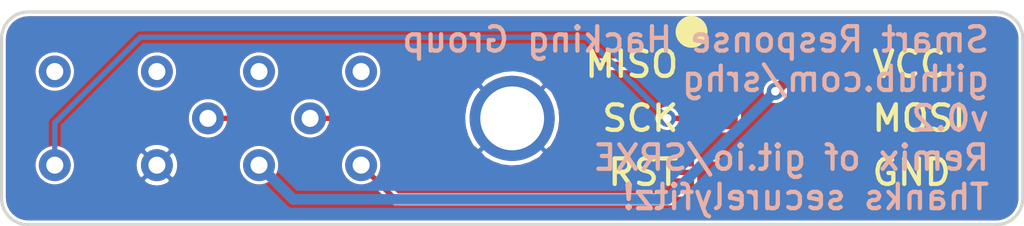
<source format=kicad_pcb>
(kicad_pcb (version 20171130) (host pcbnew 5.0.2+dfsg1-1)

  (general
    (thickness 1.6)
    (drawings 16)
    (tracks 33)
    (zones 0)
    (modules 3)
    (nets 11)
  )

  (page A4)
  (layers
    (0 Top signal)
    (31 Bottom signal)
    (32 B.Adhes user hide)
    (33 F.Adhes user hide)
    (34 B.Paste user hide)
    (35 F.Paste user hide)
    (36 B.SilkS user)
    (37 F.SilkS user)
    (38 B.Mask user hide)
    (39 F.Mask user hide)
    (40 Dwgs.User user hide)
    (41 Cmts.User user hide)
    (42 Eco1.User user hide)
    (43 Eco2.User user hide)
    (44 Edge.Cuts user)
    (45 Margin user hide)
    (46 B.CrtYd user hide)
    (47 F.CrtYd user hide)
    (48 B.Fab user hide)
    (49 F.Fab user hide)
  )

  (setup
    (last_trace_width 0.25)
    (trace_clearance 0.1524)
    (zone_clearance 0.127)
    (zone_45_only no)
    (trace_min 0.2)
    (segment_width 0.2)
    (edge_width 0.15)
    (via_size 0.8)
    (via_drill 0.4)
    (via_min_size 0.4)
    (via_min_drill 0.3)
    (uvia_size 0.3)
    (uvia_drill 0.1)
    (uvias_allowed no)
    (uvia_min_size 0.2)
    (uvia_min_drill 0.1)
    (pcb_text_width 0.3)
    (pcb_text_size 1.5 1.5)
    (mod_edge_width 0.15)
    (mod_text_size 1 1)
    (mod_text_width 0.15)
    (pad_size 4 4)
    (pad_drill 3)
    (pad_to_mask_clearance 0.051)
    (solder_mask_min_width 0.25)
    (aux_axis_origin 0 0)
    (visible_elements FFFFFF7F)
    (pcbplotparams
      (layerselection 0x010fc_ffffffff)
      (usegerberextensions false)
      (usegerberattributes false)
      (usegerberadvancedattributes false)
      (creategerberjobfile false)
      (excludeedgelayer true)
      (linewidth 0.100000)
      (plotframeref false)
      (viasonmask false)
      (mode 1)
      (useauxorigin false)
      (hpglpennumber 1)
      (hpglpenspeed 20)
      (hpglpendiameter 15.000000)
      (psnegative false)
      (psa4output false)
      (plotreference true)
      (plotvalue true)
      (plotinvisibletext false)
      (padsonsilk false)
      (subtractmaskfromsilk false)
      (outputformat 1)
      (mirror false)
      (drillshape 1)
      (scaleselection 1)
      (outputdirectory "../"))
  )

  (net 0 "")
  (net 1 "Net-(JP2-Pad5)")
  (net 2 "Net-(JP2-Pad4)")
  (net 3 "Net-(JP2-Pad3)")
  (net 4 "Net-(JP2-Pad2)")
  (net 5 "Net-(JP2-Pad1)")
  (net 6 "Net-(U$1-PadTCK)")
  (net 7 "Net-(U$1-PadTMS)")
  (net 8 "Net-(U$1-PadTDO)")
  (net 9 "Net-(U$1-PadTDI)")
  (net 10 "Net-(H1-Pad1)")

  (net_class Default "This is the default net class."
    (clearance 0.1524)
    (trace_width 0.25)
    (via_dia 0.8)
    (via_drill 0.4)
    (uvia_dia 0.3)
    (uvia_drill 0.1)
    (add_net "Net-(H1-Pad1)")
    (add_net "Net-(JP2-Pad1)")
    (add_net "Net-(JP2-Pad3)")
    (add_net "Net-(JP2-Pad4)")
    (add_net "Net-(JP2-Pad5)")
    (add_net "Net-(U$1-PadTCK)")
    (add_net "Net-(U$1-PadTDI)")
    (add_net "Net-(U$1-PadTDO)")
    (add_net "Net-(U$1-PadTMS)")
  )

  (net_class power ""
    (clearance 0.1524)
    (trace_width 0.5)
    (via_dia 0.8)
    (via_drill 0.4)
    (uvia_dia 0.3)
    (uvia_drill 0.1)
    (add_net "Net-(JP2-Pad2)")
  )

  (module srxe:SMARTRESPONSEXEPOGO (layer Top) (tedit 5E313C6B) (tstamp 5E0708CC)
    (at 135.6989 100)
    (path /850A8AB0BABD3B23)
    (fp_text reference U$1 (at 0 0) (layer F.SilkS) hide
      (effects (font (size 1.27 1.27) (thickness 0.15)))
    )
    (fp_text value SMARTRESPONSEXE (at 0 0) (layer F.SilkS) hide
      (effects (font (size 1.27 1.27) (thickness 0.15)))
    )
    (fp_text user MISO (at 19.685 -2.5426) (layer F.SilkS) hide
      (effects (font (size 1.2065 1.2065) (thickness 0.1016)))
    )
    (fp_text user RST (at 19.685 2.5374) (layer F.SilkS) hide
      (effects (font (size 1.2065 1.2065) (thickness 0.1016)))
    )
    (fp_text user SCK (at 19.685 -0.0026) (layer F.SilkS) hide
      (effects (font (size 1.2065 1.2065) (thickness 0.1016)))
    )
    (fp_text user GND (at 33.02 2.5374) (layer F.SilkS) hide
      (effects (font (size 1.2065 1.2065) (thickness 0.1016)))
    )
    (fp_text user VCC (at 33.655 -2.5426) (layer F.SilkS) hide
      (effects (font (size 1.2065 1.2065) (thickness 0.1016)))
    )
    (fp_text user MOSI (at 34.29 -0.0026) (layer F.SilkS) hide
      (effects (font (size 1.2065 1.2065) (thickness 0.1016)))
    )
    (fp_text user TDI (at 7.2 -3.6) (layer F.SilkS) hide
      (effects (font (size 1.2065 1.2065) (thickness 0.1016)))
    )
    (fp_text user TDO (at 2.4 -3.6) (layer F.SilkS) hide
      (effects (font (size 1.2065 1.2065) (thickness 0.1016)))
    )
    (fp_text user TMS (at -2.4 -3.6) (layer F.SilkS) hide
      (effects (font (size 1.2065 1.2065) (thickness 0.1016)))
    )
    (fp_text user TCK (at -7.2 -3.6) (layer F.SilkS) hide
      (effects (font (size 1.2065 1.2065) (thickness 0.1016)))
    )
    (pad GND thru_hole circle (at -2.3989 2.2) (size 1.5 1.5) (drill 0.8) (layers *.Cu *.Mask)
      (net 10 "Net-(H1-Pad1)") (solder_mask_margin 0.1016))
    (pad SCK thru_hole circle (at -7.1989 2.2) (size 1.5 1.5) (drill 0.8) (layers *.Cu *.Mask)
      (net 3 "Net-(JP2-Pad3)") (solder_mask_margin 0.1016))
    (pad TCK thru_hole circle (at -7.1989 -2.2) (size 1.5 1.5) (drill 0.8) (layers *.Cu *.Mask)
      (net 6 "Net-(U$1-PadTCK)") (solder_mask_margin 0.1016))
    (pad TMS thru_hole circle (at -2.3989 -2.2) (size 1.5 1.5) (drill 0.8) (layers *.Cu *.Mask)
      (net 7 "Net-(U$1-PadTMS)") (solder_mask_margin 0.1016))
    (pad TDO thru_hole circle (at 2.4011 -2.2) (size 1.5 1.5) (drill 0.8) (layers *.Cu *.Mask)
      (net 8 "Net-(U$1-PadTDO)") (solder_mask_margin 0.1016))
    (pad TDI thru_hole circle (at 7.2011 -2.2) (size 1.5 1.5) (drill 0.8) (layers *.Cu *.Mask)
      (net 9 "Net-(U$1-PadTDI)") (solder_mask_margin 0.1016))
    (pad MOSI thru_hole circle (at 7.2011 2.2) (size 1.5 1.5) (drill 0.8) (layers *.Cu *.Mask)
      (net 2 "Net-(JP2-Pad4)") (solder_mask_margin 0.1016))
    (pad VCC thru_hole circle (at 2.4011 2.2) (size 1.5 1.5) (drill 0.8) (layers *.Cu *.Mask)
      (net 4 "Net-(JP2-Pad2)") (solder_mask_margin 0.1016))
    (pad MISO thru_hole circle (at 4.8011 0) (size 1.5 1.5) (drill 0.8) (layers *.Cu *.Mask)
      (net 5 "Net-(JP2-Pad1)") (solder_mask_margin 0.1016))
    (pad RST thru_hole circle (at 0.0011 0) (size 1.5 1.5) (drill 0.8) (layers *.Cu *.Mask)
      (net 1 "Net-(JP2-Pad5)") (solder_mask_margin 0.1016))
  )

  (module MountingHole:MountingHole_3.2mm_M3 (layer Top) (tedit 5E313C8A) (tstamp 5E13908B)
    (at 149.6689 99.9974)
    (descr "Mounting Hole 3.2mm, no annular, M3")
    (tags "mounting hole 3.2mm no annular m3")
    (path /5E07176F)
    (attr virtual)
    (fp_text reference H1 (at 0 -4.2) (layer F.SilkS) hide
      (effects (font (size 1 1) (thickness 0.15)))
    )
    (fp_text value MountingHole_Pad (at 0 4.2) (layer F.Fab)
      (effects (font (size 1 1) (thickness 0.15)))
    )
    (fp_circle (center 0 0) (end 3.45 0) (layer F.CrtYd) (width 0.05))
    (fp_circle (center 0 0) (end 3.2 0) (layer Cmts.User) (width 0.15))
    (fp_text user %R (at 0.3 0) (layer F.Fab)
      (effects (font (size 1 1) (thickness 0.15)))
    )
    (pad 1 thru_hole circle (at 0.3311 0.0026) (size 4 4) (drill 3) (layers *.Cu *.Mask)
      (net 10 "Net-(H1-Pad1)"))
  )

  (module srxe:2X3_SMD (layer Top) (tedit 5E0720D5) (tstamp 5E0708B1)
    (at 162.5 100 270)
    (path /4804D7FCFA93C76E)
    (fp_text reference JP2 (at 0 0 270) (layer F.SilkS) hide
      (effects (font (size 1.27 1.27) (thickness 0.15)) (justify right top))
    )
    (fp_text value M03X2FEMALE_SMD (at 0 0 270) (layer F.SilkS) hide
      (effects (font (size 1.27 1.27) (thickness 0.15)) (justify right top))
    )
    (fp_text user >Value (at -3.502 0.408 270) (layer F.Fab)
      (effects (font (size 0.38608 0.38608) (thickness 0.032512)) (justify left bottom))
    )
    (fp_text user >Name (at -3.502 -0.1 270) (layer F.SilkS) hide
      (effects (font (size 0.38608 0.38608) (thickness 0.032512)) (justify left bottom))
    )
    (fp_poly (pts (xy 2.84 2.55) (xy 2.24 2.55) (xy 2.24 3.35) (xy 2.84 3.35)) (layer F.Fab) (width 0))
    (fp_poly (pts (xy 0.3 2.55) (xy -0.3 2.55) (xy -0.3 3.35) (xy 0.3 3.35)) (layer F.Fab) (width 0))
    (fp_poly (pts (xy -2.24 2.55) (xy -2.84 2.55) (xy -2.84 3.35) (xy -2.24 3.35)) (layer F.Fab) (width 0))
    (fp_poly (pts (xy 2.24 -2.55) (xy 2.84 -2.55) (xy 2.84 -3.35) (xy 2.24 -3.35)) (layer F.Fab) (width 0))
    (fp_poly (pts (xy -2.84 -2.55) (xy -2.24 -2.55) (xy -2.24 -3.35) (xy -2.84 -3.35)) (layer F.Fab) (width 0))
    (fp_poly (pts (xy -0.3 -2.55) (xy 0.3 -2.55) (xy 0.3 -3.35) (xy -0.3 -3.35)) (layer F.Fab) (width 0))
    (fp_line (start 3.81 2.5) (end -3.81 2.5) (layer F.Fab) (width 0.127))
    (fp_line (start 3.81 -2.5) (end 3.81 2.5) (layer F.Fab) (width 0.127))
    (fp_line (start -3.81 -2.5) (end 3.81 -2.5) (layer F.Fab) (width 0.127))
    (fp_line (start -3.81 2.5) (end -3.81 -2.5) (layer F.Fab) (width 0.127))
    (fp_circle (center 2.54 -1.27) (end 3.24 -1.27) (layer F.Fab) (width 0.127))
    (fp_circle (center 2.54 1.27) (end 3.24 1.27) (layer F.Fab) (width 0.127))
    (fp_circle (center 0 1.27) (end 0.7 1.27) (layer F.Fab) (width 0.127))
    (fp_circle (center -2.54 1.27) (end -1.84 1.27) (layer F.Fab) (width 0.127))
    (fp_circle (center -2.54 -1.27) (end -1.84 -1.27) (layer F.Fab) (width 0.127))
    (fp_circle (center 0 -1.27) (end 0.7 -1.27) (layer F.Fab) (width 0.127))
    (pad 6 smd rect (at 2.54 -2.85 270) (size 1.02 1.9) (layers Top F.Paste F.Mask)
      (net 10 "Net-(H1-Pad1)") (solder_mask_margin 0.1016))
    (pad 5 smd rect (at 2.54 2.85 270) (size 1.02 1.9) (layers Top F.Paste F.Mask)
      (net 1 "Net-(JP2-Pad5)") (solder_mask_margin 0.1016))
    (pad 4 smd rect (at 0 -2.85 270) (size 1.02 1.9) (layers Top F.Paste F.Mask)
      (net 2 "Net-(JP2-Pad4)") (solder_mask_margin 0.1016))
    (pad 3 smd rect (at 0 2.85 270) (size 1.02 1.9) (layers Top F.Paste F.Mask)
      (net 3 "Net-(JP2-Pad3)") (solder_mask_margin 0.1016))
    (pad 2 smd rect (at -2.54 -2.85 270) (size 1.02 1.9) (layers Top F.Paste F.Mask)
      (net 4 "Net-(JP2-Pad2)") (solder_mask_margin 0.1016))
    (pad 1 smd rect (at -2.54 2.85 270) (size 1.02 1.9) (layers Top F.Paste F.Mask)
      (net 5 "Net-(JP2-Pad1)") (solder_mask_margin 0.1016))
  )

  (gr_arc (start 172.75 96.25) (end 174 96.25) (angle -90) (layer Edge.Cuts) (width 0.15))
  (gr_arc (start 172.75 103.75) (end 172.75 105) (angle -90) (layer Edge.Cuts) (width 0.15))
  (gr_arc (start 127.25 103.75) (end 126 103.75) (angle -90) (layer Edge.Cuts) (width 0.15))
  (gr_arc (start 127.25 96.25) (end 127.25 95) (angle -90) (layer Edge.Cuts) (width 0.15))
  (gr_text "Smart Response Hacking Group\ngithub.com/srhg\nv0.2\nRemix of git.io/SRXE\nThanks securelyfitz!" (at 172.5289 99.9974) (layer B.SilkS)
    (effects (font (size 1.15 1.15) (thickness 0.2)) (justify left mirror))
  )
  (gr_line (start 126 103.75) (end 126 96.25) (layer Edge.Cuts) (width 0.15) (tstamp 5E314E1D))
  (gr_line (start 172.75 105) (end 127.25 105) (layer Edge.Cuts) (width 0.15))
  (gr_line (start 174 96.25) (end 174 103.75) (layer Edge.Cuts) (width 0.15))
  (gr_line (start 127.25 95) (end 172.75 95) (layer Edge.Cuts) (width 0.15) (tstamp 5E314E28))
  (gr_circle (center 158.4319 95.9334) (end 158.4319 95.9334) (layer F.SilkS) (width 0.75))
  (gr_text GND (at 166.8139 102.5374) (layer F.SilkS) (tstamp 5E139D7B)
    (effects (font (size 1.2 1.2) (thickness 0.2)) (justify left))
  )
  (gr_text MOSI (at 166.8139 99.9974) (layer F.SilkS) (tstamp 5E139D7B)
    (effects (font (size 1.2 1.2) (thickness 0.2)) (justify left))
  )
  (gr_text VCC (at 166.8139 97.4574) (layer F.SilkS) (tstamp 5E139D71)
    (effects (font (size 1.2 1.2) (thickness 0.2)) (justify left))
  )
  (gr_text RST (at 157.9239 102.5374) (layer F.SilkS) (tstamp 5E139D71)
    (effects (font (size 1.2 1.2) (thickness 0.2)) (justify right))
  )
  (gr_text SCK (at 157.9239 99.9974) (layer F.SilkS) (tstamp 5E139D71)
    (effects (font (size 1.2 1.2) (thickness 0.2)) (justify right))
  )
  (gr_text MISO (at 157.9239 97.4574) (layer F.SilkS)
    (effects (font (size 1.2 1.2) (thickness 0.2)) (justify right))
  )

  (segment (start 135.6989 100) (end 136.1053 100) (width 0.254) (layer Top) (net 1) (tstamp 55A12224C200))
  (segment (start 159.5189 102.54) (end 145.8615 102.54) (width 0.25) (layer Top) (net 1))
  (segment (start 144.352901 101.031401) (end 141.649899 101.031401) (width 0.25) (layer Top) (net 1))
  (segment (start 145.8615 102.54) (end 144.352901 101.031401) (width 0.25) (layer Top) (net 1))
  (segment (start 141.649899 101.031401) (end 140.7789 101.9024) (width 0.25) (layer Top) (net 1))
  (segment (start 140.7789 101.9024) (end 140.1439 101.9024) (width 0.25) (layer Top) (net 1))
  (segment (start 138.2415 100) (end 135.6989 100) (width 0.25) (layer Top) (net 1))
  (segment (start 140.1439 101.9024) (end 138.2415 100) (width 0.25) (layer Top) (net 1))
  (segment (start 143.0141 102.032) (end 142.8989 102.2) (width 0.254) (layer Top) (net 2) (tstamp 55A1223A1F90))
  (segment (start 164.7789 100) (end 165.2189 100) (width 0.25) (layer Top) (net 2))
  (segment (start 160.9715 103.8074) (end 164.7789 100) (width 0.25) (layer Top) (net 2))
  (segment (start 142.8989 102.2) (end 144.5063 103.8074) (width 0.25) (layer Top) (net 2))
  (segment (start 144.5063 103.8074) (end 160.9715 103.8074) (width 0.25) (layer Top) (net 2))
  (segment (start 128.3837 102.032) (end 128.4989 102.2) (width 0.254) (layer Top) (net 3) (tstamp 55A1223F4B20))
  (segment (start 157.2889 99.9974) (end 157.2889 99.9974) (width 0.25) (layer Bottom) (net 3) (tstamp 5E1393A0))
  (via (at 157.2889 99.9974) (size 0.8) (drill 0.4) (layers Top Bottom) (net 3) (status 1000000))
  (segment (start 157.2915 100) (end 157.2889 99.9974) (width 0.25) (layer Top) (net 3))
  (segment (start 159.5189 100) (end 157.2915 100) (width 0.25) (layer Top) (net 3))
  (segment (start 153.4789 96.1874) (end 157.2889 99.9974) (width 0.25) (layer Bottom) (net 3))
  (segment (start 132.5239 96.1874) (end 153.4789 96.1874) (width 0.25) (layer Bottom) (net 3))
  (segment (start 128.4989 102.2) (end 128.4989 100.2124) (width 0.25) (layer Bottom) (net 3))
  (segment (start 128.4989 100.2124) (end 132.5239 96.1874) (width 0.25) (layer Bottom) (net 3))
  (via (at 162.3689 98.7274) (size 0.8) (drill 0.4) (layers Top Bottom) (net 4))
  (segment (start 165.2215 97.4574) (end 165.2189 97.46) (width 0.5) (layer Top) (net 4))
  (segment (start 139.7063 103.8074) (end 138.0989 102.2) (width 0.5) (layer Bottom) (net 4))
  (segment (start 162.3689 98.7274) (end 157.2889 103.8074) (width 0.5) (layer Bottom) (net 4))
  (segment (start 157.2889 103.8074) (end 139.7063 103.8074) (width 0.5) (layer Bottom) (net 4))
  (segment (start 163.6363 97.46) (end 165.2189 97.46) (width 0.5) (layer Top) (net 4))
  (segment (start 162.3689 98.7274) (end 163.6363 97.46) (width 0.5) (layer Top) (net 4))
  (segment (start 140.4989 100) (end 140.7789 100) (width 0.254) (layer Top) (net 5) (tstamp 55A1227DB810))
  (segment (start 140.4989 100) (end 144.5863 100) (width 0.25) (layer Top) (net 5))
  (segment (start 147.1263 97.46) (end 159.5189 97.46) (width 0.25) (layer Top) (net 5))
  (segment (start 144.5863 100) (end 147.1263 97.46) (width 0.25) (layer Top) (net 5))

  (zone (net 10) (net_name "Net-(H1-Pad1)") (layer Top) (tstamp 5E3150D8) (hatch edge 0.508)
    (priority 6)
    (connect_pads (clearance 0.127))
    (min_thickness 0.1524)
    (fill yes (arc_segments 32) (thermal_gap 0.2024) (thermal_bridge_width 0.2024))
    (polygon
      (pts
        (xy 126 105) (xy 126 95) (xy 174 95) (xy 174 105)
      )
    )
    (filled_polygon
      (pts
        (xy 172.938499 95.298016) (xy 173.119814 95.352758) (xy 173.287048 95.441678) (xy 173.433823 95.561386) (xy 173.554553 95.707322)
        (xy 173.644637 95.873931) (xy 173.700644 96.054863) (xy 173.7218 96.256139) (xy 173.721801 103.736387) (xy 173.701984 103.938499)
        (xy 173.647242 104.119814) (xy 173.558324 104.287044) (xy 173.438614 104.433824) (xy 173.292679 104.554551) (xy 173.126068 104.644638)
        (xy 172.945141 104.700644) (xy 172.74386 104.7218) (xy 127.263603 104.7218) (xy 127.061501 104.701984) (xy 126.880186 104.647242)
        (xy 126.712956 104.558324) (xy 126.566176 104.438614) (xy 126.445449 104.292679) (xy 126.355362 104.126068) (xy 126.299356 103.945141)
        (xy 126.2782 103.74386) (xy 126.2782 102.103616) (xy 127.5214 102.103616) (xy 127.5214 102.296384) (xy 127.559007 102.485447)
        (xy 127.632776 102.663541) (xy 127.739872 102.823821) (xy 127.876179 102.960128) (xy 128.036459 103.067224) (xy 128.214553 103.140993)
        (xy 128.403616 103.1786) (xy 128.596384 103.1786) (xy 128.785447 103.140993) (xy 128.963541 103.067224) (xy 129.123821 102.960128)
        (xy 129.184901 102.899048) (xy 132.636307 102.899048) (xy 132.712881 103.050632) (xy 132.890113 103.148828) (xy 133.083096 103.210562)
        (xy 133.284414 103.233461) (xy 133.486332 103.216643) (xy 133.681089 103.160758) (xy 133.861201 103.067951) (xy 133.887119 103.050632)
        (xy 133.963693 102.899048) (xy 133.3 102.235355) (xy 132.636307 102.899048) (xy 129.184901 102.899048) (xy 129.260128 102.823821)
        (xy 129.367224 102.663541) (xy 129.440993 102.485447) (xy 129.4786 102.296384) (xy 129.4786 102.184414) (xy 132.266539 102.184414)
        (xy 132.283357 102.386332) (xy 132.339242 102.581089) (xy 132.432049 102.761201) (xy 132.449368 102.787119) (xy 132.600952 102.863693)
        (xy 133.264645 102.2) (xy 133.335355 102.2) (xy 133.999048 102.863693) (xy 134.150632 102.787119) (xy 134.248828 102.609887)
        (xy 134.310562 102.416904) (xy 134.333461 102.215586) (xy 134.324135 102.103616) (xy 137.1214 102.103616) (xy 137.1214 102.296384)
        (xy 137.159007 102.485447) (xy 137.232776 102.663541) (xy 137.339872 102.823821) (xy 137.476179 102.960128) (xy 137.636459 103.067224)
        (xy 137.814553 103.140993) (xy 138.003616 103.1786) (xy 138.196384 103.1786) (xy 138.385447 103.140993) (xy 138.563541 103.067224)
        (xy 138.723821 102.960128) (xy 138.860128 102.823821) (xy 138.967224 102.663541) (xy 139.040993 102.485447) (xy 139.0786 102.296384)
        (xy 139.0786 102.103616) (xy 139.040993 101.914553) (xy 138.967224 101.736459) (xy 138.860128 101.576179) (xy 138.723821 101.439872)
        (xy 138.563541 101.332776) (xy 138.385447 101.259007) (xy 138.196384 101.2214) (xy 138.003616 101.2214) (xy 137.814553 101.259007)
        (xy 137.636459 101.332776) (xy 137.476179 101.439872) (xy 137.339872 101.576179) (xy 137.232776 101.736459) (xy 137.159007 101.914553)
        (xy 137.1214 102.103616) (xy 134.324135 102.103616) (xy 134.316643 102.013668) (xy 134.260758 101.818911) (xy 134.167951 101.638799)
        (xy 134.150632 101.612881) (xy 133.999048 101.536307) (xy 133.335355 102.2) (xy 133.264645 102.2) (xy 132.600952 101.536307)
        (xy 132.449368 101.612881) (xy 132.351172 101.790113) (xy 132.289438 101.983096) (xy 132.266539 102.184414) (xy 129.4786 102.184414)
        (xy 129.4786 102.103616) (xy 129.440993 101.914553) (xy 129.367224 101.736459) (xy 129.260128 101.576179) (xy 129.184901 101.500952)
        (xy 132.636307 101.500952) (xy 133.3 102.164645) (xy 133.963693 101.500952) (xy 133.887119 101.349368) (xy 133.709887 101.251172)
        (xy 133.516904 101.189438) (xy 133.315586 101.166539) (xy 133.113668 101.183357) (xy 132.918911 101.239242) (xy 132.738799 101.332049)
        (xy 132.712881 101.349368) (xy 132.636307 101.500952) (xy 129.184901 101.500952) (xy 129.123821 101.439872) (xy 128.963541 101.332776)
        (xy 128.785447 101.259007) (xy 128.596384 101.2214) (xy 128.403616 101.2214) (xy 128.214553 101.259007) (xy 128.036459 101.332776)
        (xy 127.876179 101.439872) (xy 127.739872 101.576179) (xy 127.632776 101.736459) (xy 127.559007 101.914553) (xy 127.5214 102.103616)
        (xy 126.2782 102.103616) (xy 126.2782 99.903616) (xy 134.7214 99.903616) (xy 134.7214 100.096384) (xy 134.759007 100.285447)
        (xy 134.832776 100.463541) (xy 134.939872 100.623821) (xy 135.076179 100.760128) (xy 135.236459 100.867224) (xy 135.414553 100.940993)
        (xy 135.603616 100.9786) (xy 135.796384 100.9786) (xy 135.985447 100.940993) (xy 136.163541 100.867224) (xy 136.323821 100.760128)
        (xy 136.460128 100.623821) (xy 136.567224 100.463541) (xy 136.612763 100.3536) (xy 138.095035 100.3536) (xy 139.881592 102.140158)
        (xy 139.892658 102.153642) (xy 139.906142 102.164708) (xy 139.906143 102.164709) (xy 139.9465 102.19783) (xy 139.97972 102.215586)
        (xy 140.007929 102.230664) (xy 140.074582 102.250883) (xy 140.126538 102.256) (xy 140.126548 102.256) (xy 140.1439 102.257709)
        (xy 140.161252 102.256) (xy 140.761548 102.256) (xy 140.7789 102.257709) (xy 140.796252 102.256) (xy 140.796262 102.256)
        (xy 140.848218 102.250883) (xy 140.914871 102.230664) (xy 140.9763 102.197829) (xy 141.030142 102.153642) (xy 141.041213 102.140152)
        (xy 141.796365 101.385001) (xy 142.358299 101.385001) (xy 142.276179 101.439872) (xy 142.139872 101.576179) (xy 142.032776 101.736459)
        (xy 141.959007 101.914553) (xy 141.9214 102.103616) (xy 141.9214 102.296384) (xy 141.959007 102.485447) (xy 142.032776 102.663541)
        (xy 142.139872 102.823821) (xy 142.276179 102.960128) (xy 142.436459 103.067224) (xy 142.614553 103.140993) (xy 142.803616 103.1786)
        (xy 142.996384 103.1786) (xy 143.185447 103.140993) (xy 143.294611 103.095776) (xy 144.243992 104.045158) (xy 144.255058 104.058642)
        (xy 144.268542 104.069708) (xy 144.268543 104.069709) (xy 144.3089 104.10283) (xy 144.347385 104.1234) (xy 144.370329 104.135664)
        (xy 144.436982 104.155883) (xy 144.488938 104.161) (xy 144.488948 104.161) (xy 144.5063 104.162709) (xy 144.523652 104.161)
        (xy 160.954148 104.161) (xy 160.9715 104.162709) (xy 160.988852 104.161) (xy 160.988862 104.161) (xy 161.040818 104.155883)
        (xy 161.107471 104.135664) (xy 161.1689 104.102829) (xy 161.222742 104.058642) (xy 161.233813 104.045152) (xy 162.644315 102.63465)
        (xy 164.1214 102.63465) (xy 164.1214 103.07744) (xy 164.132106 103.131265) (xy 164.153108 103.181967) (xy 164.183597 103.227597)
        (xy 164.222403 103.266403) (xy 164.268034 103.296892) (xy 164.318736 103.317894) (xy 164.372561 103.3286) (xy 165.25535 103.3286)
        (xy 165.325 103.25895) (xy 165.325 102.565) (xy 165.375 102.565) (xy 165.375 103.25895) (xy 165.44465 103.3286)
        (xy 166.327439 103.3286) (xy 166.381264 103.317894) (xy 166.431966 103.296892) (xy 166.477597 103.266403) (xy 166.516403 103.227597)
        (xy 166.546892 103.181967) (xy 166.567894 103.131265) (xy 166.5786 103.07744) (xy 166.5786 102.63465) (xy 166.50895 102.565)
        (xy 165.375 102.565) (xy 165.325 102.565) (xy 164.19105 102.565) (xy 164.1214 102.63465) (xy 162.644315 102.63465)
        (xy 163.276405 102.00256) (xy 164.1214 102.00256) (xy 164.1214 102.44535) (xy 164.19105 102.515) (xy 165.325 102.515)
        (xy 165.325 101.82105) (xy 165.375 101.82105) (xy 165.375 102.515) (xy 166.50895 102.515) (xy 166.5786 102.44535)
        (xy 166.5786 102.00256) (xy 166.567894 101.948735) (xy 166.546892 101.898033) (xy 166.516403 101.852403) (xy 166.477597 101.813597)
        (xy 166.431966 101.783108) (xy 166.381264 101.762106) (xy 166.327439 101.7514) (xy 165.44465 101.7514) (xy 165.375 101.82105)
        (xy 165.325 101.82105) (xy 165.25535 101.7514) (xy 164.372561 101.7514) (xy 164.318736 101.762106) (xy 164.268034 101.783108)
        (xy 164.222403 101.813597) (xy 164.183597 101.852403) (xy 164.153108 101.898033) (xy 164.132106 101.948735) (xy 164.1214 102.00256)
        (xy 163.276405 102.00256) (xy 164.539259 100.739706) (xy 166.3 100.739706) (xy 166.344813 100.735292) (xy 166.387905 100.722221)
        (xy 166.427618 100.700994) (xy 166.462427 100.672427) (xy 166.490994 100.637618) (xy 166.512221 100.597905) (xy 166.525292 100.554813)
        (xy 166.529706 100.51) (xy 166.529706 99.49) (xy 166.525292 99.445187) (xy 166.512221 99.402095) (xy 166.490994 99.362382)
        (xy 166.462427 99.327573) (xy 166.427618 99.299006) (xy 166.387905 99.277779) (xy 166.344813 99.264708) (xy 166.3 99.260294)
        (xy 164.4 99.260294) (xy 164.355187 99.264708) (xy 164.312095 99.277779) (xy 164.272382 99.299006) (xy 164.237573 99.327573)
        (xy 164.209006 99.362382) (xy 164.187779 99.402095) (xy 164.174708 99.445187) (xy 164.170294 99.49) (xy 164.170294 100.108541)
        (xy 160.825035 103.4538) (xy 144.652766 103.4538) (xy 143.795132 102.596166) (xy 143.840993 102.485447) (xy 143.8786 102.296384)
        (xy 143.8786 102.103616) (xy 143.840993 101.914553) (xy 143.767224 101.736459) (xy 143.660128 101.576179) (xy 143.523821 101.439872)
        (xy 143.441701 101.385001) (xy 144.206436 101.385001) (xy 145.599192 102.777758) (xy 145.610258 102.791242) (xy 145.6641 102.835429)
        (xy 145.725529 102.868264) (xy 145.792182 102.888483) (xy 145.844138 102.8936) (xy 145.844147 102.8936) (xy 145.861499 102.895309)
        (xy 145.878851 102.8936) (xy 158.470294 102.8936) (xy 158.470294 103.05) (xy 158.474708 103.094813) (xy 158.487779 103.137905)
        (xy 158.509006 103.177618) (xy 158.537573 103.212427) (xy 158.572382 103.240994) (xy 158.612095 103.262221) (xy 158.655187 103.275292)
        (xy 158.7 103.279706) (xy 160.6 103.279706) (xy 160.644813 103.275292) (xy 160.687905 103.262221) (xy 160.727618 103.240994)
        (xy 160.762427 103.212427) (xy 160.790994 103.177618) (xy 160.812221 103.137905) (xy 160.825292 103.094813) (xy 160.829706 103.05)
        (xy 160.829706 102.03) (xy 160.825292 101.985187) (xy 160.812221 101.942095) (xy 160.790994 101.902382) (xy 160.762427 101.867573)
        (xy 160.727618 101.839006) (xy 160.687905 101.817779) (xy 160.644813 101.804708) (xy 160.6 101.800294) (xy 158.7 101.800294)
        (xy 158.655187 101.804708) (xy 158.612095 101.817779) (xy 158.572382 101.839006) (xy 158.537573 101.867573) (xy 158.509006 101.902382)
        (xy 158.487779 101.942095) (xy 158.474708 101.985187) (xy 158.470294 102.03) (xy 158.470294 102.1864) (xy 150.643224 102.1864)
        (xy 150.815886 102.139325) (xy 151.217571 101.939047) (xy 151.325503 101.86693) (xy 151.551982 101.587337) (xy 150 100.035355)
        (xy 148.448018 101.587337) (xy 148.674497 101.86693) (xy 149.064187 102.08965) (xy 149.353351 102.1864) (xy 146.007966 102.1864)
        (xy 144.615214 100.793649) (xy 144.604143 100.780159) (xy 144.550301 100.735972) (xy 144.488872 100.703137) (xy 144.422219 100.682918)
        (xy 144.370263 100.677801) (xy 144.370253 100.677801) (xy 144.352901 100.676092) (xy 144.335549 100.677801) (xy 141.667261 100.677801)
        (xy 141.649899 100.676091) (xy 141.632537 100.677801) (xy 141.580581 100.682918) (xy 141.547254 100.693028) (xy 141.513927 100.703137)
        (xy 141.452499 100.735971) (xy 141.412143 100.769091) (xy 141.398657 100.780159) (xy 141.387591 100.793643) (xy 140.632435 101.5488)
        (xy 140.290366 101.5488) (xy 138.645182 99.903616) (xy 139.5214 99.903616) (xy 139.5214 100.096384) (xy 139.559007 100.285447)
        (xy 139.632776 100.463541) (xy 139.739872 100.623821) (xy 139.876179 100.760128) (xy 140.036459 100.867224) (xy 140.214553 100.940993)
        (xy 140.403616 100.9786) (xy 140.596384 100.9786) (xy 140.785447 100.940993) (xy 140.963541 100.867224) (xy 141.123821 100.760128)
        (xy 141.260128 100.623821) (xy 141.367224 100.463541) (xy 141.412763 100.3536) (xy 144.568948 100.3536) (xy 144.5863 100.355309)
        (xy 144.603652 100.3536) (xy 144.603662 100.3536) (xy 144.655618 100.348483) (xy 144.722271 100.328264) (xy 144.7837 100.295429)
        (xy 144.837542 100.251242) (xy 144.848613 100.237752) (xy 145.151269 99.935096) (xy 147.711295 99.935096) (xy 147.74261 100.382847)
        (xy 147.860675 100.815886) (xy 148.060953 101.217571) (xy 148.13307 101.325503) (xy 148.412663 101.551982) (xy 149.964645 100)
        (xy 150.035355 100) (xy 151.587337 101.551982) (xy 151.86693 101.325503) (xy 152.08965 100.935813) (xy 152.232067 100.510161)
        (xy 152.288705 100.064904) (xy 152.279654 99.935488) (xy 156.6603 99.935488) (xy 156.6603 100.059312) (xy 156.684456 100.180756)
        (xy 156.731841 100.295154) (xy 156.800634 100.398109) (xy 156.888191 100.485666) (xy 156.991146 100.554459) (xy 157.105544 100.601844)
        (xy 157.226988 100.626) (xy 157.350812 100.626) (xy 157.472256 100.601844) (xy 157.586654 100.554459) (xy 157.689609 100.485666)
        (xy 157.777166 100.398109) (xy 157.806906 100.3536) (xy 158.470294 100.3536) (xy 158.470294 100.51) (xy 158.474708 100.554813)
        (xy 158.487779 100.597905) (xy 158.509006 100.637618) (xy 158.537573 100.672427) (xy 158.572382 100.700994) (xy 158.612095 100.722221)
        (xy 158.655187 100.735292) (xy 158.7 100.739706) (xy 160.6 100.739706) (xy 160.644813 100.735292) (xy 160.687905 100.722221)
        (xy 160.727618 100.700994) (xy 160.762427 100.672427) (xy 160.790994 100.637618) (xy 160.812221 100.597905) (xy 160.825292 100.554813)
        (xy 160.829706 100.51) (xy 160.829706 99.49) (xy 160.825292 99.445187) (xy 160.812221 99.402095) (xy 160.790994 99.362382)
        (xy 160.762427 99.327573) (xy 160.727618 99.299006) (xy 160.687905 99.277779) (xy 160.644813 99.264708) (xy 160.6 99.260294)
        (xy 158.7 99.260294) (xy 158.655187 99.264708) (xy 158.612095 99.277779) (xy 158.572382 99.299006) (xy 158.537573 99.327573)
        (xy 158.509006 99.362382) (xy 158.487779 99.402095) (xy 158.474708 99.445187) (xy 158.470294 99.49) (xy 158.470294 99.6464)
        (xy 157.810381 99.6464) (xy 157.777166 99.596691) (xy 157.689609 99.509134) (xy 157.586654 99.440341) (xy 157.472256 99.392956)
        (xy 157.350812 99.3688) (xy 157.226988 99.3688) (xy 157.105544 99.392956) (xy 156.991146 99.440341) (xy 156.888191 99.509134)
        (xy 156.800634 99.596691) (xy 156.731841 99.699646) (xy 156.684456 99.814044) (xy 156.6603 99.935488) (xy 152.279654 99.935488)
        (xy 152.25739 99.617153) (xy 152.139325 99.184114) (xy 151.939047 98.782429) (xy 151.86693 98.674497) (xy 151.855809 98.665488)
        (xy 161.7403 98.665488) (xy 161.7403 98.789312) (xy 161.764456 98.910756) (xy 161.811841 99.025154) (xy 161.880634 99.128109)
        (xy 161.968191 99.215666) (xy 162.071146 99.284459) (xy 162.185544 99.331844) (xy 162.306988 99.356) (xy 162.430812 99.356)
        (xy 162.552256 99.331844) (xy 162.666654 99.284459) (xy 162.769609 99.215666) (xy 162.857166 99.128109) (xy 162.925959 99.025154)
        (xy 162.973344 98.910756) (xy 162.9975 98.789312) (xy 162.9975 98.775642) (xy 163.834542 97.9386) (xy 164.170294 97.9386)
        (xy 164.170294 97.97) (xy 164.174708 98.014813) (xy 164.187779 98.057905) (xy 164.209006 98.097618) (xy 164.237573 98.132427)
        (xy 164.272382 98.160994) (xy 164.312095 98.182221) (xy 164.355187 98.195292) (xy 164.4 98.199706) (xy 166.3 98.199706)
        (xy 166.344813 98.195292) (xy 166.387905 98.182221) (xy 166.427618 98.160994) (xy 166.462427 98.132427) (xy 166.490994 98.097618)
        (xy 166.512221 98.057905) (xy 166.525292 98.014813) (xy 166.529706 97.97) (xy 166.529706 96.95) (xy 166.525292 96.905187)
        (xy 166.512221 96.862095) (xy 166.490994 96.822382) (xy 166.462427 96.787573) (xy 166.427618 96.759006) (xy 166.387905 96.737779)
        (xy 166.344813 96.724708) (xy 166.3 96.720294) (xy 164.4 96.720294) (xy 164.355187 96.724708) (xy 164.312095 96.737779)
        (xy 164.272382 96.759006) (xy 164.237573 96.787573) (xy 164.209006 96.822382) (xy 164.187779 96.862095) (xy 164.174708 96.905187)
        (xy 164.170294 96.95) (xy 164.170294 96.9814) (xy 163.659793 96.9814) (xy 163.636299 96.979086) (xy 163.612806 96.9814)
        (xy 163.612796 96.9814) (xy 163.542478 96.988326) (xy 163.452262 97.015692) (xy 163.369118 97.060134) (xy 163.296242 97.119942)
        (xy 163.281259 97.138199) (xy 162.320658 98.0988) (xy 162.306988 98.0988) (xy 162.185544 98.122956) (xy 162.071146 98.170341)
        (xy 161.968191 98.239134) (xy 161.880634 98.326691) (xy 161.811841 98.429646) (xy 161.764456 98.544044) (xy 161.7403 98.665488)
        (xy 151.855809 98.665488) (xy 151.587337 98.448018) (xy 150.035355 100) (xy 149.964645 100) (xy 148.412663 98.448018)
        (xy 148.13307 98.674497) (xy 147.91035 99.064187) (xy 147.767933 99.489839) (xy 147.711295 99.935096) (xy 145.151269 99.935096)
        (xy 147.272766 97.8136) (xy 149.356776 97.8136) (xy 149.184114 97.860675) (xy 148.782429 98.060953) (xy 148.674497 98.13307)
        (xy 148.448018 98.412663) (xy 150 99.964645) (xy 151.551982 98.412663) (xy 151.325503 98.13307) (xy 150.935813 97.91035)
        (xy 150.646649 97.8136) (xy 158.470294 97.8136) (xy 158.470294 97.97) (xy 158.474708 98.014813) (xy 158.487779 98.057905)
        (xy 158.509006 98.097618) (xy 158.537573 98.132427) (xy 158.572382 98.160994) (xy 158.612095 98.182221) (xy 158.655187 98.195292)
        (xy 158.7 98.199706) (xy 160.6 98.199706) (xy 160.644813 98.195292) (xy 160.687905 98.182221) (xy 160.727618 98.160994)
        (xy 160.762427 98.132427) (xy 160.790994 98.097618) (xy 160.812221 98.057905) (xy 160.825292 98.014813) (xy 160.829706 97.97)
        (xy 160.829706 96.95) (xy 160.825292 96.905187) (xy 160.812221 96.862095) (xy 160.790994 96.822382) (xy 160.762427 96.787573)
        (xy 160.727618 96.759006) (xy 160.687905 96.737779) (xy 160.644813 96.724708) (xy 160.6 96.720294) (xy 158.7 96.720294)
        (xy 158.655187 96.724708) (xy 158.612095 96.737779) (xy 158.572382 96.759006) (xy 158.537573 96.787573) (xy 158.509006 96.822382)
        (xy 158.487779 96.862095) (xy 158.474708 96.905187) (xy 158.470294 96.95) (xy 158.470294 97.1064) (xy 147.143651 97.1064)
        (xy 147.126299 97.104691) (xy 147.108947 97.1064) (xy 147.108938 97.1064) (xy 147.056982 97.111517) (xy 146.990329 97.131736)
        (xy 146.9289 97.164571) (xy 146.875058 97.208758) (xy 146.863992 97.222242) (xy 144.439835 99.6464) (xy 141.412763 99.6464)
        (xy 141.367224 99.536459) (xy 141.260128 99.376179) (xy 141.123821 99.239872) (xy 140.963541 99.132776) (xy 140.785447 99.059007)
        (xy 140.596384 99.0214) (xy 140.403616 99.0214) (xy 140.214553 99.059007) (xy 140.036459 99.132776) (xy 139.876179 99.239872)
        (xy 139.739872 99.376179) (xy 139.632776 99.536459) (xy 139.559007 99.714553) (xy 139.5214 99.903616) (xy 138.645182 99.903616)
        (xy 138.503813 99.762248) (xy 138.492742 99.748758) (xy 138.4389 99.704571) (xy 138.377471 99.671736) (xy 138.310818 99.651517)
        (xy 138.258862 99.6464) (xy 138.258852 99.6464) (xy 138.2415 99.644691) (xy 138.224148 99.6464) (xy 136.612763 99.6464)
        (xy 136.567224 99.536459) (xy 136.460128 99.376179) (xy 136.323821 99.239872) (xy 136.163541 99.132776) (xy 135.985447 99.059007)
        (xy 135.796384 99.0214) (xy 135.603616 99.0214) (xy 135.414553 99.059007) (xy 135.236459 99.132776) (xy 135.076179 99.239872)
        (xy 134.939872 99.376179) (xy 134.832776 99.536459) (xy 134.759007 99.714553) (xy 134.7214 99.903616) (xy 126.2782 99.903616)
        (xy 126.2782 97.703616) (xy 127.5214 97.703616) (xy 127.5214 97.896384) (xy 127.559007 98.085447) (xy 127.632776 98.263541)
        (xy 127.739872 98.423821) (xy 127.876179 98.560128) (xy 128.036459 98.667224) (xy 128.214553 98.740993) (xy 128.403616 98.7786)
        (xy 128.596384 98.7786) (xy 128.785447 98.740993) (xy 128.963541 98.667224) (xy 129.123821 98.560128) (xy 129.260128 98.423821)
        (xy 129.367224 98.263541) (xy 129.440993 98.085447) (xy 129.4786 97.896384) (xy 129.4786 97.703616) (xy 132.3214 97.703616)
        (xy 132.3214 97.896384) (xy 132.359007 98.085447) (xy 132.432776 98.263541) (xy 132.539872 98.423821) (xy 132.676179 98.560128)
        (xy 132.836459 98.667224) (xy 133.014553 98.740993) (xy 133.203616 98.7786) (xy 133.396384 98.7786) (xy 133.585447 98.740993)
        (xy 133.763541 98.667224) (xy 133.923821 98.560128) (xy 134.060128 98.423821) (xy 134.167224 98.263541) (xy 134.240993 98.085447)
        (xy 134.2786 97.896384) (xy 134.2786 97.703616) (xy 137.1214 97.703616) (xy 137.1214 97.896384) (xy 137.159007 98.085447)
        (xy 137.232776 98.263541) (xy 137.339872 98.423821) (xy 137.476179 98.560128) (xy 137.636459 98.667224) (xy 137.814553 98.740993)
        (xy 138.003616 98.7786) (xy 138.196384 98.7786) (xy 138.385447 98.740993) (xy 138.563541 98.667224) (xy 138.723821 98.560128)
        (xy 138.860128 98.423821) (xy 138.967224 98.263541) (xy 139.040993 98.085447) (xy 139.0786 97.896384) (xy 139.0786 97.703616)
        (xy 141.9214 97.703616) (xy 141.9214 97.896384) (xy 141.959007 98.085447) (xy 142.032776 98.263541) (xy 142.139872 98.423821)
        (xy 142.276179 98.560128) (xy 142.436459 98.667224) (xy 142.614553 98.740993) (xy 142.803616 98.7786) (xy 142.996384 98.7786)
        (xy 143.185447 98.740993) (xy 143.363541 98.667224) (xy 143.523821 98.560128) (xy 143.660128 98.423821) (xy 143.767224 98.263541)
        (xy 143.840993 98.085447) (xy 143.8786 97.896384) (xy 143.8786 97.703616) (xy 143.840993 97.514553) (xy 143.767224 97.336459)
        (xy 143.660128 97.176179) (xy 143.523821 97.039872) (xy 143.363541 96.932776) (xy 143.185447 96.859007) (xy 142.996384 96.8214)
        (xy 142.803616 96.8214) (xy 142.614553 96.859007) (xy 142.436459 96.932776) (xy 142.276179 97.039872) (xy 142.139872 97.176179)
        (xy 142.032776 97.336459) (xy 141.959007 97.514553) (xy 141.9214 97.703616) (xy 139.0786 97.703616) (xy 139.040993 97.514553)
        (xy 138.967224 97.336459) (xy 138.860128 97.176179) (xy 138.723821 97.039872) (xy 138.563541 96.932776) (xy 138.385447 96.859007)
        (xy 138.196384 96.8214) (xy 138.003616 96.8214) (xy 137.814553 96.859007) (xy 137.636459 96.932776) (xy 137.476179 97.039872)
        (xy 137.339872 97.176179) (xy 137.232776 97.336459) (xy 137.159007 97.514553) (xy 137.1214 97.703616) (xy 134.2786 97.703616)
        (xy 134.240993 97.514553) (xy 134.167224 97.336459) (xy 134.060128 97.176179) (xy 133.923821 97.039872) (xy 133.763541 96.932776)
        (xy 133.585447 96.859007) (xy 133.396384 96.8214) (xy 133.203616 96.8214) (xy 133.014553 96.859007) (xy 132.836459 96.932776)
        (xy 132.676179 97.039872) (xy 132.539872 97.176179) (xy 132.432776 97.336459) (xy 132.359007 97.514553) (xy 132.3214 97.703616)
        (xy 129.4786 97.703616) (xy 129.440993 97.514553) (xy 129.367224 97.336459) (xy 129.260128 97.176179) (xy 129.123821 97.039872)
        (xy 128.963541 96.932776) (xy 128.785447 96.859007) (xy 128.596384 96.8214) (xy 128.403616 96.8214) (xy 128.214553 96.859007)
        (xy 128.036459 96.932776) (xy 127.876179 97.039872) (xy 127.739872 97.176179) (xy 127.632776 97.336459) (xy 127.559007 97.514553)
        (xy 127.5214 97.703616) (xy 126.2782 97.703616) (xy 126.2782 96.263603) (xy 126.298016 96.061501) (xy 126.352758 95.880186)
        (xy 126.441678 95.712952) (xy 126.561386 95.566177) (xy 126.707322 95.445447) (xy 126.873931 95.355363) (xy 127.054863 95.299356)
        (xy 127.256139 95.2782) (xy 172.736397 95.2782)
      )
    )
  )
  (zone (net 10) (net_name "Net-(H1-Pad1)") (layer Bottom) (tstamp 5E3150D5) (hatch edge 0.508)
    (priority 6)
    (connect_pads (clearance 0.127))
    (min_thickness 0.1524)
    (fill yes (arc_segments 32) (thermal_gap 0.2024) (thermal_bridge_width 0.2024))
    (polygon
      (pts
        (xy 126 105) (xy 126 95) (xy 174 95) (xy 174 105)
      )
    )
    (filled_polygon
      (pts
        (xy 172.938499 95.298016) (xy 173.119814 95.352758) (xy 173.287048 95.441678) (xy 173.433823 95.561386) (xy 173.554553 95.707322)
        (xy 173.644637 95.873931) (xy 173.700644 96.054863) (xy 173.7218 96.256139) (xy 173.721801 103.736387) (xy 173.701984 103.938499)
        (xy 173.647242 104.119814) (xy 173.558324 104.287044) (xy 173.438614 104.433824) (xy 173.292679 104.554551) (xy 173.126068 104.644638)
        (xy 172.945141 104.700644) (xy 172.74386 104.7218) (xy 127.263603 104.7218) (xy 127.061501 104.701984) (xy 126.880186 104.647242)
        (xy 126.712956 104.558324) (xy 126.566176 104.438614) (xy 126.445449 104.292679) (xy 126.355362 104.126068) (xy 126.299356 103.945141)
        (xy 126.2782 103.74386) (xy 126.2782 102.103616) (xy 127.5214 102.103616) (xy 127.5214 102.296384) (xy 127.559007 102.485447)
        (xy 127.632776 102.663541) (xy 127.739872 102.823821) (xy 127.876179 102.960128) (xy 128.036459 103.067224) (xy 128.214553 103.140993)
        (xy 128.403616 103.1786) (xy 128.596384 103.1786) (xy 128.785447 103.140993) (xy 128.963541 103.067224) (xy 129.123821 102.960128)
        (xy 129.184901 102.899048) (xy 132.636307 102.899048) (xy 132.712881 103.050632) (xy 132.890113 103.148828) (xy 133.083096 103.210562)
        (xy 133.284414 103.233461) (xy 133.486332 103.216643) (xy 133.681089 103.160758) (xy 133.861201 103.067951) (xy 133.887119 103.050632)
        (xy 133.963693 102.899048) (xy 133.3 102.235355) (xy 132.636307 102.899048) (xy 129.184901 102.899048) (xy 129.260128 102.823821)
        (xy 129.367224 102.663541) (xy 129.440993 102.485447) (xy 129.4786 102.296384) (xy 129.4786 102.184414) (xy 132.266539 102.184414)
        (xy 132.283357 102.386332) (xy 132.339242 102.581089) (xy 132.432049 102.761201) (xy 132.449368 102.787119) (xy 132.600952 102.863693)
        (xy 133.264645 102.2) (xy 133.335355 102.2) (xy 133.999048 102.863693) (xy 134.150632 102.787119) (xy 134.248828 102.609887)
        (xy 134.310562 102.416904) (xy 134.333461 102.215586) (xy 134.324135 102.103616) (xy 137.1214 102.103616) (xy 137.1214 102.296384)
        (xy 137.159007 102.485447) (xy 137.232776 102.663541) (xy 137.339872 102.823821) (xy 137.476179 102.960128) (xy 137.636459 103.067224)
        (xy 137.814553 103.140993) (xy 138.003616 103.1786) (xy 138.196384 103.1786) (xy 138.366766 103.144709) (xy 139.351262 104.129205)
        (xy 139.366242 104.147458) (xy 139.384494 104.162437) (xy 139.384498 104.162441) (xy 139.434352 104.203355) (xy 139.439118 104.207266)
        (xy 139.522262 104.251708) (xy 139.612478 104.279074) (xy 139.682796 104.286) (xy 139.682804 104.286) (xy 139.7063 104.288314)
        (xy 139.729796 104.286) (xy 157.265404 104.286) (xy 157.2889 104.288314) (xy 157.312396 104.286) (xy 157.312404 104.286)
        (xy 157.382722 104.279074) (xy 157.472938 104.251708) (xy 157.556082 104.207266) (xy 157.628958 104.147458) (xy 157.643942 104.1292)
        (xy 162.417143 99.356) (xy 162.430812 99.356) (xy 162.552256 99.331844) (xy 162.666654 99.284459) (xy 162.769609 99.215666)
        (xy 162.857166 99.128109) (xy 162.925959 99.025154) (xy 162.973344 98.910756) (xy 162.9975 98.789312) (xy 162.9975 98.665488)
        (xy 162.973344 98.544044) (xy 162.925959 98.429646) (xy 162.857166 98.326691) (xy 162.769609 98.239134) (xy 162.666654 98.170341)
        (xy 162.552256 98.122956) (xy 162.430812 98.0988) (xy 162.306988 98.0988) (xy 162.185544 98.122956) (xy 162.071146 98.170341)
        (xy 161.968191 98.239134) (xy 161.880634 98.326691) (xy 161.811841 98.429646) (xy 161.764456 98.544044) (xy 161.7403 98.665488)
        (xy 161.7403 98.679157) (xy 157.090658 103.3288) (xy 139.904543 103.3288) (xy 139.044344 102.468601) (xy 139.0786 102.296384)
        (xy 139.0786 102.103616) (xy 141.9214 102.103616) (xy 141.9214 102.296384) (xy 141.959007 102.485447) (xy 142.032776 102.663541)
        (xy 142.139872 102.823821) (xy 142.276179 102.960128) (xy 142.436459 103.067224) (xy 142.614553 103.140993) (xy 142.803616 103.1786)
        (xy 142.996384 103.1786) (xy 143.185447 103.140993) (xy 143.363541 103.067224) (xy 143.523821 102.960128) (xy 143.660128 102.823821)
        (xy 143.767224 102.663541) (xy 143.840993 102.485447) (xy 143.8786 102.296384) (xy 143.8786 102.103616) (xy 143.840993 101.914553)
        (xy 143.767224 101.736459) (xy 143.667584 101.587337) (xy 148.448018 101.587337) (xy 148.674497 101.86693) (xy 149.064187 102.08965)
        (xy 149.489839 102.232067) (xy 149.935096 102.288705) (xy 150.382847 102.25739) (xy 150.815886 102.139325) (xy 151.217571 101.939047)
        (xy 151.325503 101.86693) (xy 151.551982 101.587337) (xy 150 100.035355) (xy 148.448018 101.587337) (xy 143.667584 101.587337)
        (xy 143.660128 101.576179) (xy 143.523821 101.439872) (xy 143.363541 101.332776) (xy 143.185447 101.259007) (xy 142.996384 101.2214)
        (xy 142.803616 101.2214) (xy 142.614553 101.259007) (xy 142.436459 101.332776) (xy 142.276179 101.439872) (xy 142.139872 101.576179)
        (xy 142.032776 101.736459) (xy 141.959007 101.914553) (xy 141.9214 102.103616) (xy 139.0786 102.103616) (xy 139.040993 101.914553)
        (xy 138.967224 101.736459) (xy 138.860128 101.576179) (xy 138.723821 101.439872) (xy 138.563541 101.332776) (xy 138.385447 101.259007)
        (xy 138.196384 101.2214) (xy 138.003616 101.2214) (xy 137.814553 101.259007) (xy 137.636459 101.332776) (xy 137.476179 101.439872)
        (xy 137.339872 101.576179) (xy 137.232776 101.736459) (xy 137.159007 101.914553) (xy 137.1214 102.103616) (xy 134.324135 102.103616)
        (xy 134.316643 102.013668) (xy 134.260758 101.818911) (xy 134.167951 101.638799) (xy 134.150632 101.612881) (xy 133.999048 101.536307)
        (xy 133.335355 102.2) (xy 133.264645 102.2) (xy 132.600952 101.536307) (xy 132.449368 101.612881) (xy 132.351172 101.790113)
        (xy 132.289438 101.983096) (xy 132.266539 102.184414) (xy 129.4786 102.184414) (xy 129.4786 102.103616) (xy 129.440993 101.914553)
        (xy 129.367224 101.736459) (xy 129.260128 101.576179) (xy 129.184901 101.500952) (xy 132.636307 101.500952) (xy 133.3 102.164645)
        (xy 133.963693 101.500952) (xy 133.887119 101.349368) (xy 133.709887 101.251172) (xy 133.516904 101.189438) (xy 133.315586 101.166539)
        (xy 133.113668 101.183357) (xy 132.918911 101.239242) (xy 132.738799 101.332049) (xy 132.712881 101.349368) (xy 132.636307 101.500952)
        (xy 129.184901 101.500952) (xy 129.123821 101.439872) (xy 128.963541 101.332776) (xy 128.8525 101.286781) (xy 128.8525 100.358865)
        (xy 129.307749 99.903616) (xy 134.7214 99.903616) (xy 134.7214 100.096384) (xy 134.759007 100.285447) (xy 134.832776 100.463541)
        (xy 134.939872 100.623821) (xy 135.076179 100.760128) (xy 135.236459 100.867224) (xy 135.414553 100.940993) (xy 135.603616 100.9786)
        (xy 135.796384 100.9786) (xy 135.985447 100.940993) (xy 136.163541 100.867224) (xy 136.323821 100.760128) (xy 136.460128 100.623821)
        (xy 136.567224 100.463541) (xy 136.640993 100.285447) (xy 136.6786 100.096384) (xy 136.6786 99.903616) (xy 139.5214 99.903616)
        (xy 139.5214 100.096384) (xy 139.559007 100.285447) (xy 139.632776 100.463541) (xy 139.739872 100.623821) (xy 139.876179 100.760128)
        (xy 140.036459 100.867224) (xy 140.214553 100.940993) (xy 140.403616 100.9786) (xy 140.596384 100.9786) (xy 140.785447 100.940993)
        (xy 140.963541 100.867224) (xy 141.123821 100.760128) (xy 141.260128 100.623821) (xy 141.367224 100.463541) (xy 141.440993 100.285447)
        (xy 141.4786 100.096384) (xy 141.4786 99.935096) (xy 147.711295 99.935096) (xy 147.74261 100.382847) (xy 147.860675 100.815886)
        (xy 148.060953 101.217571) (xy 148.13307 101.325503) (xy 148.412663 101.551982) (xy 149.964645 100) (xy 150.035355 100)
        (xy 151.587337 101.551982) (xy 151.86693 101.325503) (xy 152.08965 100.935813) (xy 152.232067 100.510161) (xy 152.288705 100.064904)
        (xy 152.25739 99.617153) (xy 152.139325 99.184114) (xy 151.939047 98.782429) (xy 151.86693 98.674497) (xy 151.587337 98.448018)
        (xy 150.035355 100) (xy 149.964645 100) (xy 148.412663 98.448018) (xy 148.13307 98.674497) (xy 147.91035 99.064187)
        (xy 147.767933 99.489839) (xy 147.711295 99.935096) (xy 141.4786 99.935096) (xy 141.4786 99.903616) (xy 141.440993 99.714553)
        (xy 141.367224 99.536459) (xy 141.260128 99.376179) (xy 141.123821 99.239872) (xy 140.963541 99.132776) (xy 140.785447 99.059007)
        (xy 140.596384 99.0214) (xy 140.403616 99.0214) (xy 140.214553 99.059007) (xy 140.036459 99.132776) (xy 139.876179 99.239872)
        (xy 139.739872 99.376179) (xy 139.632776 99.536459) (xy 139.559007 99.714553) (xy 139.5214 99.903616) (xy 136.6786 99.903616)
        (xy 136.640993 99.714553) (xy 136.567224 99.536459) (xy 136.460128 99.376179) (xy 136.323821 99.239872) (xy 136.163541 99.132776)
        (xy 135.985447 99.059007) (xy 135.796384 99.0214) (xy 135.603616 99.0214) (xy 135.414553 99.059007) (xy 135.236459 99.132776)
        (xy 135.076179 99.239872) (xy 134.939872 99.376179) (xy 134.832776 99.536459) (xy 134.759007 99.714553) (xy 134.7214 99.903616)
        (xy 129.307749 99.903616) (xy 131.507749 97.703616) (xy 132.3214 97.703616) (xy 132.3214 97.896384) (xy 132.359007 98.085447)
        (xy 132.432776 98.263541) (xy 132.539872 98.423821) (xy 132.676179 98.560128) (xy 132.836459 98.667224) (xy 133.014553 98.740993)
        (xy 133.203616 98.7786) (xy 133.396384 98.7786) (xy 133.585447 98.740993) (xy 133.763541 98.667224) (xy 133.923821 98.560128)
        (xy 134.060128 98.423821) (xy 134.167224 98.263541) (xy 134.240993 98.085447) (xy 134.2786 97.896384) (xy 134.2786 97.703616)
        (xy 137.1214 97.703616) (xy 137.1214 97.896384) (xy 137.159007 98.085447) (xy 137.232776 98.263541) (xy 137.339872 98.423821)
        (xy 137.476179 98.560128) (xy 137.636459 98.667224) (xy 137.814553 98.740993) (xy 138.003616 98.7786) (xy 138.196384 98.7786)
        (xy 138.385447 98.740993) (xy 138.563541 98.667224) (xy 138.723821 98.560128) (xy 138.860128 98.423821) (xy 138.967224 98.263541)
        (xy 139.040993 98.085447) (xy 139.0786 97.896384) (xy 139.0786 97.703616) (xy 141.9214 97.703616) (xy 141.9214 97.896384)
        (xy 141.959007 98.085447) (xy 142.032776 98.263541) (xy 142.139872 98.423821) (xy 142.276179 98.560128) (xy 142.436459 98.667224)
        (xy 142.614553 98.740993) (xy 142.803616 98.7786) (xy 142.996384 98.7786) (xy 143.185447 98.740993) (xy 143.363541 98.667224)
        (xy 143.523821 98.560128) (xy 143.660128 98.423821) (xy 143.667583 98.412663) (xy 148.448018 98.412663) (xy 150 99.964645)
        (xy 151.551982 98.412663) (xy 151.325503 98.13307) (xy 150.935813 97.91035) (xy 150.510161 97.767933) (xy 150.064904 97.711295)
        (xy 149.617153 97.74261) (xy 149.184114 97.860675) (xy 148.782429 98.060953) (xy 148.674497 98.13307) (xy 148.448018 98.412663)
        (xy 143.667583 98.412663) (xy 143.767224 98.263541) (xy 143.840993 98.085447) (xy 143.8786 97.896384) (xy 143.8786 97.703616)
        (xy 143.840993 97.514553) (xy 143.767224 97.336459) (xy 143.660128 97.176179) (xy 143.523821 97.039872) (xy 143.363541 96.932776)
        (xy 143.185447 96.859007) (xy 142.996384 96.8214) (xy 142.803616 96.8214) (xy 142.614553 96.859007) (xy 142.436459 96.932776)
        (xy 142.276179 97.039872) (xy 142.139872 97.176179) (xy 142.032776 97.336459) (xy 141.959007 97.514553) (xy 141.9214 97.703616)
        (xy 139.0786 97.703616) (xy 139.040993 97.514553) (xy 138.967224 97.336459) (xy 138.860128 97.176179) (xy 138.723821 97.039872)
        (xy 138.563541 96.932776) (xy 138.385447 96.859007) (xy 138.196384 96.8214) (xy 138.003616 96.8214) (xy 137.814553 96.859007)
        (xy 137.636459 96.932776) (xy 137.476179 97.039872) (xy 137.339872 97.176179) (xy 137.232776 97.336459) (xy 137.159007 97.514553)
        (xy 137.1214 97.703616) (xy 134.2786 97.703616) (xy 134.240993 97.514553) (xy 134.167224 97.336459) (xy 134.060128 97.176179)
        (xy 133.923821 97.039872) (xy 133.763541 96.932776) (xy 133.585447 96.859007) (xy 133.396384 96.8214) (xy 133.203616 96.8214)
        (xy 133.014553 96.859007) (xy 132.836459 96.932776) (xy 132.676179 97.039872) (xy 132.539872 97.176179) (xy 132.432776 97.336459)
        (xy 132.359007 97.514553) (xy 132.3214 97.703616) (xy 131.507749 97.703616) (xy 132.670366 96.541) (xy 153.332435 96.541)
        (xy 156.671353 99.879918) (xy 156.6603 99.935488) (xy 156.6603 100.059312) (xy 156.684456 100.180756) (xy 156.731841 100.295154)
        (xy 156.800634 100.398109) (xy 156.888191 100.485666) (xy 156.991146 100.554459) (xy 157.105544 100.601844) (xy 157.226988 100.626)
        (xy 157.350812 100.626) (xy 157.472256 100.601844) (xy 157.586654 100.554459) (xy 157.689609 100.485666) (xy 157.777166 100.398109)
        (xy 157.845959 100.295154) (xy 157.893344 100.180756) (xy 157.9175 100.059312) (xy 157.9175 99.935488) (xy 157.893344 99.814044)
        (xy 157.845959 99.699646) (xy 157.777166 99.596691) (xy 157.689609 99.509134) (xy 157.586654 99.440341) (xy 157.472256 99.392956)
        (xy 157.350812 99.3688) (xy 157.226988 99.3688) (xy 157.171418 99.379853) (xy 153.741213 95.949648) (xy 153.730142 95.936158)
        (xy 153.6763 95.891971) (xy 153.614871 95.859136) (xy 153.548218 95.838917) (xy 153.496262 95.8338) (xy 153.496252 95.8338)
        (xy 153.4789 95.832091) (xy 153.461548 95.8338) (xy 132.541262 95.8338) (xy 132.5239 95.83209) (xy 132.506538 95.8338)
        (xy 132.454582 95.838917) (xy 132.437318 95.844154) (xy 132.387928 95.859136) (xy 132.3265 95.89197) (xy 132.286144 95.92509)
        (xy 132.272658 95.936158) (xy 132.261592 95.949642) (xy 128.261143 99.950092) (xy 128.247659 99.961158) (xy 128.203472 100.015)
        (xy 128.170637 100.076429) (xy 128.150418 100.143082) (xy 128.150418 100.143084) (xy 128.143591 100.2124) (xy 128.145301 100.229762)
        (xy 128.1453 101.287692) (xy 128.036459 101.332776) (xy 127.876179 101.439872) (xy 127.739872 101.576179) (xy 127.632776 101.736459)
        (xy 127.559007 101.914553) (xy 127.5214 102.103616) (xy 126.2782 102.103616) (xy 126.2782 97.703616) (xy 127.5214 97.703616)
        (xy 127.5214 97.896384) (xy 127.559007 98.085447) (xy 127.632776 98.263541) (xy 127.739872 98.423821) (xy 127.876179 98.560128)
        (xy 128.036459 98.667224) (xy 128.214553 98.740993) (xy 128.403616 98.7786) (xy 128.596384 98.7786) (xy 128.785447 98.740993)
        (xy 128.963541 98.667224) (xy 129.123821 98.560128) (xy 129.260128 98.423821) (xy 129.367224 98.263541) (xy 129.440993 98.085447)
        (xy 129.4786 97.896384) (xy 129.4786 97.703616) (xy 129.440993 97.514553) (xy 129.367224 97.336459) (xy 129.260128 97.176179)
        (xy 129.123821 97.039872) (xy 128.963541 96.932776) (xy 128.785447 96.859007) (xy 128.596384 96.8214) (xy 128.403616 96.8214)
        (xy 128.214553 96.859007) (xy 128.036459 96.932776) (xy 127.876179 97.039872) (xy 127.739872 97.176179) (xy 127.632776 97.336459)
        (xy 127.559007 97.514553) (xy 127.5214 97.703616) (xy 126.2782 97.703616) (xy 126.2782 96.263603) (xy 126.298016 96.061501)
        (xy 126.352758 95.880186) (xy 126.441678 95.712952) (xy 126.561386 95.566177) (xy 126.707322 95.445447) (xy 126.873931 95.355363)
        (xy 127.054863 95.299356) (xy 127.256139 95.2782) (xy 172.736397 95.2782)
      )
    )
  )
)

</source>
